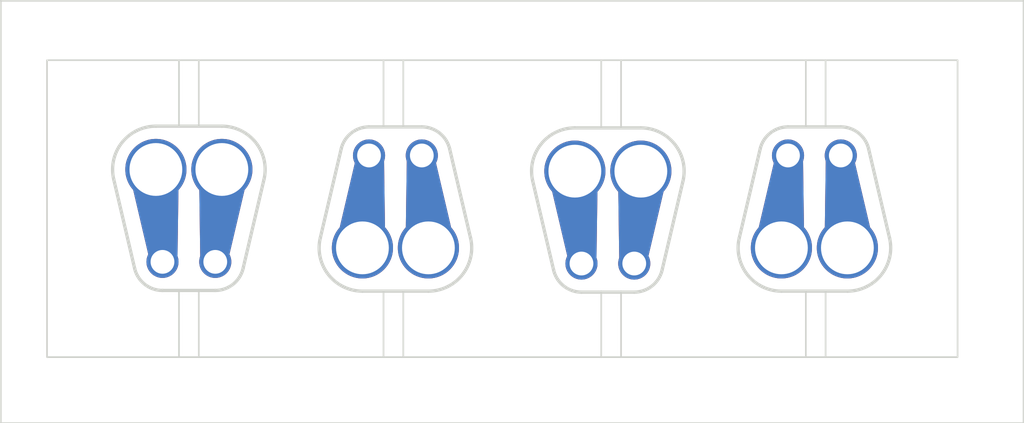
<source format=kicad_pcb>
(kicad_pcb (version 20240108) (generator "pcbnew") (generator_version "8.0")
  (layers (0 "F.Cu" signal) (31 "B.Cu" signal) (34 "B.Paste" user) (35 "F.Paste" user) (36 "B.SilkS" user "B.Silkscreen") (37 "F.SilkS" user "F.Silkscreen") (38 "B.Mask" user) (39 "F.Mask" user) (44 "Edge.Cuts" user))
  (net 0 "")
  (net 1 "V")
  (net 2 "GND")
  (footprint "Xer_Library:22awg_Wire" (layer "F.Cu") (at 120.460684 100.888 180)
    (property "Reference" "V_Wire1" (hide yes))
    (property "Value" "MountingHole_Pad" (hide yes))
    (pad "1" thru_hole circle (at 0 0 180) (size 0.974 0.974) (drill 0.72) (layers "*.Cu" "*.Mask") (net 1 "V"))
  )
  (footprint "Xer_Library:22awg_Wire" (layer "F.Cu") (at 115.8 104.163084)
    (property "Reference" "V_Wire1" (hide yes))
    (property "Value" "MountingHole_Pad" (hide yes))
    (pad "1" thru_hole circle (at 0 0) (size 0.974 0.974) (drill 0.72) (layers "*.Cu" "*.Mask") (net 1 "V"))
  )
  (footprint "Xer_Library:22awg_Wire" (layer "F.Cu") (at 109.360684 100.888 180)
    (property "Reference" "GND_Wire1" (hide yes))
    (property "Value" "MountingHole_Pad" (hide yes))
    (pad "1" thru_hole circle (at 0 0 180) (size 0.974 0.974) (drill 0.72) (layers "*.Cu" "*.Mask") (net 2 "GND"))
  )
  (footprint "Xer_Library:22awg_Wire" (layer "F.Cu") (at 101.5 104.112)
    (property "Reference" "GND_Wire1" (hide yes))
    (property "Value" "MountingHole_Pad" (hide yes))
    (pad "1" thru_hole circle (at 0 0) (size 0.974 0.974) (drill 0.72) (layers "*.Cu" "*.Mask") (net 2 "GND"))
  )
  (footprint "Xer_Library:22awg_Wire" (layer "F.Cu") (at 114.2 104.163084)
    (property "Reference" "GND_Wire1" (hide yes))
    (property "Value" "MountingHole_Pad" (hide yes))
    (pad "1" thru_hole circle (at 0 0) (size 0.974 0.974) (drill 0.72) (layers "*.Cu" "*.Mask") (net 2 "GND"))
  )
  (footprint "Xer_Library:BT2.0" (layer "F.Cu") (at 121.260684 103.688 180)
    (property "Reference" "U1" (hide yes))
    (property "Value" "~" (hide yes))
    (pad "1" thru_hole circle (at -1 0 180) (size 1.854 1.854) (drill 1.6) (layers "*.Cu" "*.Mask") (net 2 "GND"))
    (pad "2" thru_hole circle (at 1 0 180) (size 1.854 1.854) (drill 1.6) (layers "*.Cu" "*.Mask") (net 1 "V"))
  )
  (footprint "Xer_Library:22awg_Wire" (layer "F.Cu") (at 103.1 104.112)
    (property "Reference" "V_Wire1" (hide yes))
    (property "Value" "MountingHole_Pad" (hide yes))
    (pad "1" thru_hole circle (at 0 0) (size 0.974 0.974) (drill 0.72) (layers "*.Cu" "*.Mask") (net 1 "V"))
  )
  (footprint "Xer_Library:22awg_Wire" (layer "F.Cu") (at 122.060684 100.888 180)
    (property "Reference" "GND_Wire1" (hide yes))
    (property "Value" "MountingHole_Pad" (hide yes))
    (pad "1" thru_hole circle (at 0 0 180) (size 0.974 0.974) (drill 0.72) (layers "*.Cu" "*.Mask") (net 2 "GND"))
  )
  (footprint "Xer_Library:BT2.0" (layer "F.Cu") (at 102.3 101.312)
    (property "Reference" "U1" (hide yes))
    (property "Value" "~" (hide yes))
    (pad "1" thru_hole circle (at -1 0) (size 1.854 1.854) (drill 1.6) (layers "*.Cu" "*.Mask") (net 2 "GND"))
    (pad "2" thru_hole circle (at 1 0) (size 1.854 1.854) (drill 1.6) (layers "*.Cu" "*.Mask") (net 1 "V"))
  )
  (footprint "Xer_Library:22awg_Wire" (layer "F.Cu") (at 107.760684 100.888 180)
    (property "Reference" "V_Wire1" (hide yes))
    (property "Value" "MountingHole_Pad" (hide yes))
    (pad "1" thru_hole circle (at 0 0 180) (size 0.974 0.974) (drill 0.72) (layers "*.Cu" "*.Mask") (net 1 "V"))
  )
  (footprint "Xer_Library:BT2.0" (layer "F.Cu") (at 108.560684 103.688 180)
    (property "Reference" "U1" (hide yes))
    (property "Value" "~" (hide yes))
    (pad "1" thru_hole circle (at -1 0 180) (size 1.854 1.854) (drill 1.6) (layers "*.Cu" "*.Mask") (net 2 "GND"))
    (pad "2" thru_hole circle (at 1 0 180) (size 1.854 1.854) (drill 1.6) (layers "*.Cu" "*.Mask") (net 1 "V"))
  )
  (footprint "Xer_Library:BT2.0" (layer "F.Cu") (at 115 101.363084)
    (property "Reference" "U1" (hide yes))
    (property "Value" "~" (hide yes))
    (pad "1" thru_hole circle (at -1 0) (size 1.854 1.854) (drill 1.6) (layers "*.Cu" "*.Mask") (net 2 "GND"))
    (pad "2" thru_hole circle (at 1 0) (size 1.854 1.854) (drill 1.6) (layers "*.Cu" "*.Mask") (net 1 "V"))
  )
  (gr_line (start 118.983385 103.38825) (end 119.616615 100.689918) (stroke (width 0.1)) (layer "Edge.Cuts"))
  (gr_line (start 108.8 105) (end 108.8 107) (stroke (width 0.05)) (layer "Edge.Cuts"))
  (gr_arc (start 103.944069 104.310082) (mid 103.638494 104.791495) (end 103.1 104.979) (stroke (width 0.1)) (layer "Edge.Cuts"))
  (gr_line (start 101.3 100) (end 103.3 100) (stroke (width 0.1)) (layer "Edge.Cuts"))
  (gr_line (start 122.260684 105) (end 120.260684 105) (stroke (width 0.1)) (layer "Edge.Cuts"))
  (gr_line (start 102.6 105) (end 102.6 107) (stroke (width 0.05)) (layer "Edge.Cuts"))
  (gr_arc (start 106.916615 100.689918) (mid 107.22219 100.208505) (end 107.760684 100.021) (stroke (width 0.1)) (layer "Edge.Cuts"))
  (gr_arc (start 110.837983 103.38825) (mid 110.588939 104.502884) (end 109.560684 105) (stroke (width 0.1)) (layer "Edge.Cuts"))
  (gr_line (start 114.8 100) (end 114.8 98) (stroke (width 0.05)) (layer "Edge.Cuts"))
  (gr_line (start 115.4 100) (end 115.4 98) (stroke (width 0.05)) (layer "Edge.Cuts"))
  (gr_line (start 109.360684 100.021) (end 107.760684 100.021) (stroke (width 0.1)) (layer "Edge.Cuts"))
  (gr_arc (start 109.360684 100.021) (mid 109.899178 100.208505) (end 110.204753 100.689918) (stroke (width 0.1)) (layer "Edge.Cuts"))
  (gr_line (start 110.837983 103.38825) (end 110.204753 100.689918) (stroke (width 0.1)) (layer "Edge.Cuts"))
  (gr_arc (start 116.644069 104.361166) (mid 116.338494 104.842579) (end 115.8 105.030084) (stroke (width 0.1)) (layer "Edge.Cuts"))
  (gr_arc (start 122.060684 100.021) (mid 122.599178 100.208505) (end 122.904753 100.689918) (stroke (width 0.1)) (layer "Edge.Cuts"))
  (gr_line (start 101.5 104.979) (end 103.1 104.979) (stroke (width 0.1)) (layer "Edge.Cuts"))
  (gr_line (start 114 100.051084) (end 116 100.051084) (stroke (width 0.1)) (layer "Edge.Cuts"))
  (gr_line (start 108.2 100) (end 108.2 98) (stroke (width 0.05)) (layer "Edge.Cuts"))
  (gr_arc (start 101.5 104.979) (mid 100.961506 104.791495) (end 100.655931 104.310082) (stroke (width 0.1)) (layer "Edge.Cuts"))
  (gr_line (start 115.4 105) (end 115.4 107) (stroke (width 0.05)) (layer "Edge.Cuts"))
  (gr_line (start 106.283385 103.38825) (end 106.916615 100.689918) (stroke (width 0.1)) (layer "Edge.Cuts"))
  (gr_line (start 121.6 105) (end 121.6 107) (stroke (width 0.05)) (layer "Edge.Cuts"))
  (gr_arc (start 103.3 100) (mid 104.328255 100.497116) (end 104.577299 101.61175) (stroke (width 0.1)) (layer "Edge.Cuts"))
  (gr_line (start 109.560684 105) (end 107.560684 105) (stroke (width 0.1)) (layer "Edge.Cuts"))
  (gr_line (start 112.722701 101.662834) (end 113.355931 104.361166) (stroke (width 0.1)) (layer "Edge.Cuts"))
  (gr_line (start 114.8 105) (end 114.8 107) (stroke (width 0.05)) (layer "Edge.Cuts"))
  (gr_arc (start 119.616615 100.689918) (mid 119.92219 100.208505) (end 120.460684 100.021) (stroke (width 0.1)) (layer "Edge.Cuts"))
  (gr_line (start 100.022701 101.61175) (end 100.655931 104.310082) (stroke (width 0.1)) (layer "Edge.Cuts"))
  (gr_arc (start 107.560684 105) (mid 106.532429 104.502884) (end 106.283385 103.38825) (stroke (width 0.1)) (layer "Edge.Cuts"))
  (gr_arc (start 100.022701 101.61175) (mid 100.271745 100.497116) (end 101.3 100) (stroke (width 0.1)) (layer "Edge.Cuts"))
  (gr_line (start 108.8 100) (end 108.8 98) (stroke (width 0.05)) (layer "Edge.Cuts"))
  (gr_arc (start 116 100.051084) (mid 117.028255 100.5482) (end 117.277299 101.662834) (stroke (width 0.1)) (layer "Edge.Cuts"))
  (gr_arc (start 112.722701 101.662834) (mid 112.971745 100.5482) (end 114 100.051084) (stroke (width 0.1)) (layer "Edge.Cuts"))
  (gr_arc (start 120.260684 105) (mid 119.232429 104.502884) (end 118.983385 103.38825) (stroke (width 0.1)) (layer "Edge.Cuts"))
  (gr_line (start 102 105) (end 102 107) (stroke (width 0.05)) (layer "Edge.Cuts"))
  (gr_line (start 121 105) (end 121 107) (stroke (width 0.05)) (layer "Edge.Cuts"))
  (gr_rect (start 98 98) (end 125.6 107) (stroke (width 0.05)) (fill none) (layer "Edge.Cuts"))
  (gr_line (start 114.2 105.030084) (end 115.8 105.030084) (stroke (width 0.1)) (layer "Edge.Cuts"))
  (gr_line (start 108.2 105) (end 108.2 107) (stroke (width 0.05)) (layer "Edge.Cuts"))
  (gr_line (start 121 100) (end 121 98) (stroke (width 0.05)) (layer "Edge.Cuts"))
  (gr_line (start 123.537983 103.38825) (end 122.904753 100.689918) (stroke (width 0.1)) (layer "Edge.Cuts"))
  (gr_line (start 117.277299 101.662834) (end 116.644069 104.361166) (stroke (width 0.1)) (layer "Edge.Cuts"))
  (gr_line (start 122.060684 100.021) (end 120.460684 100.021) (stroke (width 0.1)) (layer "Edge.Cuts"))
  (gr_line (start 104.577299 101.61175) (end 103.944069 104.310082) (stroke (width 0.1)) (layer "Edge.Cuts"))
  (gr_line (start 121.6 100) (end 121.6 98) (stroke (width 0.05)) (layer "Edge.Cuts"))
  (gr_arc (start 123.537983 103.38825) (mid 123.288939 104.502884) (end 122.260684 105) (stroke (width 0.1)) (layer "Edge.Cuts"))
  (gr_rect (start 96.6 96.2) (end 127.6 109) (stroke (width 0.05)) (fill none) (layer "Edge.Cuts"))
  (gr_line (start 102.6 100) (end 102.6 98) (stroke (width 0.05)) (layer "Edge.Cuts"))
  (gr_line (start 102 100) (end 102 98) (stroke (width 0.05)) (layer "Edge.Cuts"))
  (gr_arc (start 114.2 105.030084) (mid 113.661506 104.842579) (end 113.355931 104.361166) (stroke (width 0.1)) (layer "Edge.Cuts"))
  (zone (net 1) (net_name "V") (layers "F&B.Cu") (priority 1) (connect_pads (clearance 0.5)) (min_thickness 0.25) (fill yes (thermal_gap 0.5) (thermal_bridge_width 0.5))
    (polygon (pts (xy 115.3 100.863084) (xy 115.35 104.363084) (xy 116.5 104.363084) (xy 117.4 100.863084)))
  )
  (zone (net 2) (net_name "GND") (layers "F&B.Cu") (connect_pads (clearance 0.5)) (min_thickness 0.25) (fill yes (thermal_gap 0.5) (thermal_bridge_width 0.5))
    (polygon (pts (xy 110.960684 104.188) (xy 108.860684 104.188) (xy 108.910684 100.688) (xy 110.060684 100.688)))
  )
  (zone (net 2) (net_name "GND") (layers "F&B.Cu") (connect_pads (clearance 0.5)) (min_thickness 0.25) (fill yes (thermal_gap 0.5) (thermal_bridge_width 0.5))
    (polygon (pts (xy 112.6 100.863084) (xy 114.7 100.863084) (xy 114.65 104.363084) (xy 113.5 104.363084)))
  )
  (zone (net 2) (net_name "GND") (layers "F&B.Cu") (connect_pads (clearance 0.5)) (min_thickness 0.25) (fill yes (thermal_gap 0.5) (thermal_bridge_width 0.5))
    (polygon (pts (xy 123.660684 104.188) (xy 121.560684 104.188) (xy 121.610684 100.688) (xy 122.760684 100.688)))
  )
  (zone (net 1) (net_name "V") (layers "F&B.Cu") (priority 1) (connect_pads (clearance 0.5)) (min_thickness 0.25) (fill yes (thermal_gap 0.5) (thermal_bridge_width 0.5))
    (polygon (pts (xy 102.6 100.812) (xy 102.65 104.312) (xy 103.8 104.312) (xy 104.7 100.812)))
  )
  (zone (net 2) (net_name "GND") (layers "F&B.Cu") (connect_pads (clearance 0.5)) (min_thickness 0.25) (fill yes (thermal_gap 0.5) (thermal_bridge_width 0.5))
    (polygon (pts (xy 99.9 100.812) (xy 102 100.812) (xy 101.95 104.312) (xy 100.8 104.312)))
  )
  (zone (net 1) (net_name "V") (layers "F&B.Cu") (priority 1) (connect_pads (clearance 0.5)) (min_thickness 0.25) (fill yes (thermal_gap 0.5) (thermal_bridge_width 0.5))
    (polygon (pts (xy 120.960684 104.188) (xy 120.910684 100.688) (xy 119.760684 100.688) (xy 118.860684 104.188)))
  )
  (zone (net 1) (net_name "V") (layers "F&B.Cu") (priority 1) (connect_pads (clearance 0.5)) (min_thickness 0.25) (fill yes (thermal_gap 0.5) (thermal_bridge_width 0.5))
    (polygon (pts (xy 108.260684 104.188) (xy 108.210684 100.688) (xy 107.060684 100.688) (xy 106.160684 104.188)))
  )
)
</source>
